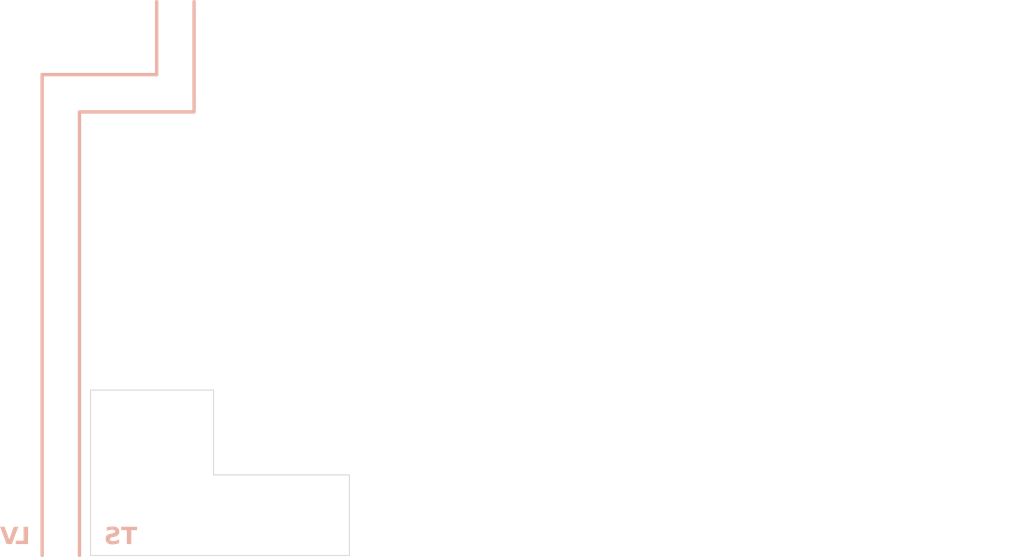
<source format=kicad_pcb>
(kicad_pcb
	(version 20240108)
	(generator "pcbnew")
	(generator_version "8.0")
	(general
		(thickness 1.599978)
		(legacy_teardrops no)
	)
	(paper "A4")
	(layers
		(0 "F.Cu" signal)
		(1 "In1.Cu" signal)
		(2 "In2.Cu" signal)
		(31 "B.Cu" signal)
		(32 "B.Adhes" user "B.Adhesive")
		(33 "F.Adhes" user "F.Adhesive")
		(34 "B.Paste" user)
		(35 "F.Paste" user)
		(36 "B.SilkS" user "B.Silkscreen")
		(37 "F.SilkS" user "F.Silkscreen")
		(38 "B.Mask" user)
		(39 "F.Mask" user)
		(40 "Dwgs.User" user "User.Drawings")
		(41 "Cmts.User" user "User.Comments")
		(42 "Eco1.User" user "User.Eco1")
		(43 "Eco2.User" user "User.Eco2")
		(44 "Edge.Cuts" user)
		(45 "Margin" user)
		(46 "B.CrtYd" user "B.Courtyard")
		(47 "F.CrtYd" user "F.Courtyard")
		(48 "B.Fab" user)
		(49 "F.Fab" user)
		(50 "User.1" user)
		(51 "User.2" user)
		(52 "User.3" user)
		(53 "User.4" user)
		(54 "User.5" user)
		(55 "User.6" user)
		(56 "User.7" user)
		(57 "User.8" user)
		(58 "User.9" user)
	)
	(setup
		(stackup
			(layer "F.SilkS"
				(type "Top Silk Screen")
			)
			(layer "F.Paste"
				(type "Top Solder Paste")
			)
			(layer "F.Mask"
				(type "Top Solder Mask")
				(thickness 0.01)
			)
			(layer "F.Cu"
				(type "copper")
				(thickness 0.035)
			)
			(layer "dielectric 1"
				(type "prepreg")
				(thickness 0.1)
				(material "FR4")
				(epsilon_r 4.5)
				(loss_tangent 0.02)
			)
			(layer "In1.Cu"
				(type "copper")
				(thickness 0.035)
			)
			(layer "dielectric 2"
				(type "core")
				(thickness 1.239978)
				(material "FR4")
				(epsilon_r 4.5)
				(loss_tangent 0.02)
			)
			(layer "In2.Cu"
				(type "copper")
				(thickness 0.035)
			)
			(layer "dielectric 3"
				(type "prepreg")
				(thickness 0.1)
				(material "FR4")
				(epsilon_r 4.5)
				(loss_tangent 0.02)
			)
			(layer "B.Cu"
				(type "copper")
				(thickness 0.035)
			)
			(layer "B.Mask"
				(type "Bottom Solder Mask")
				(thickness 0.01)
			)
			(layer "B.Paste"
				(type "Bottom Solder Paste")
			)
			(layer "B.SilkS"
				(type "Bottom Silk Screen")
			)
			(copper_finish "None")
			(dielectric_constraints no)
		)
		(pad_to_mask_clearance 0)
		(allow_soldermask_bridges_in_footprints no)
		(aux_axis_origin 50 75)
		(pcbplotparams
			(layerselection 0x00010fc_ffffffff)
			(plot_on_all_layers_selection 0x0000000_00000000)
			(disableapertmacros no)
			(usegerberextensions no)
			(usegerberattributes yes)
			(usegerberadvancedattributes yes)
			(creategerberjobfile no)
			(dashed_line_dash_ratio 12.000000)
			(dashed_line_gap_ratio 3.000000)
			(svgprecision 4)
			(plotframeref no)
			(viasonmask no)
			(mode 1)
			(useauxorigin yes)
			(hpglpennumber 1)
			(hpglpenspeed 20)
			(hpglpendiameter 15.000000)
			(pdf_front_fp_property_popups yes)
			(pdf_back_fp_property_popups yes)
			(dxfpolygonmode yes)
			(dxfimperialunits yes)
			(dxfusepcbnewfont yes)
			(psnegative no)
			(psa4output no)
			(plotreference no)
			(plotvalue no)
			(plotfptext no)
			(plotinvisibletext no)
			(sketchpadsonfab no)
			(subtractmaskfromsilk yes)
			(outputformat 1)
			(mirror no)
			(drillshape 0)
			(scaleselection 1)
			(outputdirectory "Gerber/")
		)
	)
	(net 0 "")
	(gr_line
		(start 166.7 75.2)
		(end 166.7 88.2)
		(stroke
			(width 0.4)
			(type default)
		)
		(layer "B.SilkS")
		(uuid "2a7aef9b-5ab7-43d6-aece-04f780e98b1e")
	)
	(gr_line
		(start 148.799847 140.5)
		(end 148.800152 83.8)
		(stroke
			(width 0.4)
			(type default)
		)
		(layer "B.SilkS")
		(uuid "769012ce-c72e-45ee-ba79-67fc9a9bc644")
	)
	(gr_line
		(start 162.3 75.2)
		(end 162.3 83.8)
		(stroke
			(width 0.4)
			(type default)
		)
		(layer "B.SilkS")
		(uuid "7fffa4bd-7ac2-43cb-ba12-e0019d4982ff")
	)
	(gr_line
		(start 162.3 83.8)
		(end 148.8 83.8)
		(stroke
			(width 0.4)
			(type default)
		)
		(layer "B.SilkS")
		(uuid "842704a3-4e12-40b4-b9dc-6ed0343a05c9")
	)
	(gr_line
		(start 153.2 140.5)
		(end 153.2 88.2)
		(stroke
			(width 0.4)
			(type default)
		)
		(layer "B.SilkS")
		(uuid "d17df1e0-ac59-4a16-9a8b-5aa7cfdabbfb")
	)
	(gr_line
		(start 166.7 88.2)
		(end 153.2 88.2)
		(stroke
			(width 0.4)
			(type default)
		)
		(layer "B.SilkS")
		(uuid "d83127b8-c700-4a81-b532-f07341db4548")
	)
	(gr_rect
		(start 232 80.5)
		(end 260 91.5)
		(stroke
			(width 0)
			(type solid)
		)
		(fill solid)
		(layer "B.Mask")
		(uuid "0bba537a-e8ee-4bac-9c30-2bf348e5681a")
	)
	(gr_rect
		(start 230 128.5)
		(end 264.5 139)
		(stroke
			(width 0)
			(type solid)
		)
		(fill solid)
		(layer "B.Mask")
		(uuid "baed4622-a396-4b64-8283-28fbe2ab683d")
	)
	(gr_line
		(start 154.5 121)
		(end 169 121)
		(stroke
			(width 0.1)
			(type default)
		)
		(layer "Edge.Cuts")
		(uuid "5c94cea1-d564-4dc9-996a-d7ddbbe7b1af")
	)
	(gr_line
		(start 185 140.5)
		(end 154.5 140.5)
		(stroke
			(width 0.1)
			(type default)
		)
		(layer "Edge.Cuts")
		(uuid "66e53de3-597b-4bfd-b272-36c41b8d9c39")
	)
	(gr_line
		(start 185 131)
		(end 185 140.5)
		(stroke
			(width 0.1)
			(type default)
		)
		(layer "Edge.Cuts")
		(uuid "984cf89f-3377-45c9-a4e1-aaef48cef7b1")
	)
	(gr_line
		(start 154.5 140.5)
		(end 154.5 121)
		(stroke
			(width 0.1)
			(type default)
		)
		(layer "Edge.Cuts")
		(uuid "9f30a18c-f80c-4a36-b2a4-0e5d6b459e67")
	)
	(gr_line
		(start 169 131)
		(end 185 131)
		(stroke
			(width 0.1)
			(type default)
		)
		(layer "Edge.Cuts")
		(uuid "dd5d227b-2cf7-4aca-831a-1c8e96765e91")
	)
	(gr_line
		(start 169 121)
		(end 169 131)
		(stroke
			(width 0.1)
			(type default)
		)
		(layer "Edge.Cuts")
		(uuid "df8c92ac-4519-4b6b-abe4-4cf1527c893f")
	)
	(gr_line
		(start 156 127)
		(end 156 127.75)
		(stroke
			(width 0.15)
			(type default)
		)
		(layer "User.1")
		(uuid "060d3505-3387-4015-8b23-5075eefaf6a8")
	)
	(gr_line
		(start 154.5 129)
		(end 154.5 128.25)
		(stroke
			(width 0.15)
			(type default)
		)
		(layer "User.1")
		(uuid "065cfeae-0b00-40cf-9fca-cc73a4346081")
	)
	(gr_line
		(start 154.5 127.75)
		(end 154.5 127)
		(stroke
			(width 0.15)
			(type default)
		)
		(layer "User.1")
		(uuid "0d8e126d-05e2-4bd9-9139-84f75bf221ae")
	)
	(gr_line
		(start 156 126.5)
		(end 154.5 126.5)
		(stroke
			(width 0.15)
			(type default)
		)
		(layer "User.1")
		(uuid "2f52aebe-0f3f-4dfb-b0c5-c0538cbc6ea3")
	)
	(gr_line
		(start 154.5 129.5)
		(end 156 129.5)
		(stroke
			(width 0.15)
			(type default)
		)
		(layer "User.1")
		(uuid "363cb169-0fb9-4a28-b353-f7c16c173e72")
	)
	(gr_line
		(start 156 130.25)
		(end 154.5 130.25)
		(stroke
			(width 0.15)
			(type default)
		)
		(layer "User.1")
		(uuid "39273435-8d0a-4b3e-a069-9023f58103e2")
	)
	(gr_line
		(start 154.5 130.25)
		(end 154.5 129.5)
		(stroke
			(width 0.15)
			(type default)
		)
		(layer "User.1")
		(uuid "6790db57-7e5e-46ed-ab8a-fe2d9e572425")
	)
	(gr_line
		(start 156 125.75)
		(end 156 126.5)
		(stroke
			(width 0.15)
			(type default)
		)
		(layer "User.1")
		(uuid "85ef3d89-857a-439d-b0fd-90225c47aa84")
	)
	(gr_line
		(start 154.5 128.25)
		(end 156 128.25)
		(stroke
			(width 0.15)
			(type default)
		)
		(layer "User.1")
		(uuid "8bb3bb32-84a8-4f80-aba3-e311af5a2c6b")
	)
	(gr_line
		(start 154.5 127)
		(end 156 127)
		(stroke
			(width 0.15)
			(type default)
		)
		(layer "User.1")
		(uuid "9af68ef5-853c-4545-8ada-8ee8721ccba0")
	)
	(gr_line
		(start 156 127.75)
		(end 154.5 127.75)
		(stroke
			(width 0.15)
			(type default)
		)
		(layer "User.1")
		(uuid "c27b4ace-8bcf-4d0d-be54-b0a934df5823")
	)
	(gr_line
		(start 156 128.25)
		(end 156 129)
		(stroke
			(width 0.15)
			(type default)
		)
		(layer "User.1")
		(uuid "e1b0242a-6ff7-4438-9827-8b738a40e765")
	)
	(gr_line
		(start 154.5 125.75)
		(end 156 125.75)
		(stroke
			(width 0.15)
			(type default)
		)
		(layer "User.1")
		(uuid "e3970cc5-3a5f-41b7-876b-d617bae5963a")
	)
	(gr_line
		(start 154.5 126.5)
		(end 154.5 125.75)
		(stroke
			(width 0.15)
			(type default)
		)
		(layer "User.1")
		(uuid "e57d9c92-7f12-47dc-9151-05015cd40b25")
	)
	(gr_line
		(start 156 129)
		(end 154.5 129)
		(stroke
			(width 0.15)
			(type default)
		)
		(layer "User.1")
		(uuid "e6612370-328c-468f-bbb1-064c2d4d2d60")
	)
	(gr_line
		(start 156 129.5)
		(end 156 130.25)
		(stroke
			(width 0.15)
			(type default)
		)
		(layer "User.1")
		(uuid "eaf299df-4b03-4823-b3d2-b9984e533ac0")
	)
	(gr_text "LV"
		(at 147.4 139.5 0)
		(layer "B.SilkS")
		(uuid "67c1572d-9f7c-4632-bca6-2a9fda9bb71e")
		(effects
			(font
				(face "Chinat")
				(size 2 2)
				(thickness 0.3)
				(bold yes)
			)
			(justify left bottom mirror)
		)
		(render_cache "LV" 0
			(polygon
				(pts
					(xy 147.324284 138.598241) (xy 147.324284 137.252951) (xy 146.808932 137.252951) (xy 146.808932 138.691053)
					(xy 144.649825 138.691053) (xy 144.649825 139.191263) (xy 146.723447 139.191263) (xy 146.824122 139.182848)
					(xy 146.919702 139.157603) (xy 147.010186 139.115528) (xy 147.095574 139.056624) (xy 147.142079 139.015408)
					(xy 147.213075 138.935339) (xy 147.266633 138.849006) (xy 147.302754 138.756408) (xy 147.321437 138.657546)
				)
			)
			(polygon
				(pts
					(xy 144.766085 137.252951) (xy 144.182344 137.252951) (xy 143.440823 138.66321) (xy 142.685624 137.252951)
					(xy 142.101395 137.252951) (xy 142.934263 138.801451) (xy 142.988134 138.892813) (xy 143.059981 138.989885)
					(xy 143.136836 139.067924) (xy 143.2187 139.126928) (xy 143.323549 139.172609) (xy 143.435611 139.190882)
					(xy 143.454989 139.191263) (xy 143.560805 139.175188) (xy 143.663565 139.126966) (xy 143.746863 139.062222)
					(xy 143.828038 138.975153) (xy 143.891449 138.889424) (xy 143.953502 138.789407) (xy 143.984019 138.73404)
				)
			)
		)
	)
	(gr_text "TS"
		(at 160 139.5 0)
		(layer "B.SilkS")
		(uuid "a6c728c3-5b2e-4137-a5cf-b7959208f5e8")
		(effects
			(font
				(face "Chinat")
				(size 2 2)
				(thickness 0.3)
				(bold yes)
			)
			(justify left bottom mirror)
		)
		(render_cache "TS" 0
			(polygon
				(pts
					(xy 160.016608 137.753161) (xy 160.016608 137.252951) (xy 157.336775 137.252951) (xy 157.336775 137.753161)
					(xy 158.417306 137.753161) (xy 158.417306 139.191263) (xy 158.933147 139.191263) (xy 158.933147 137.753161)
				)
			)
			(polygon
				(pts
					(xy 156.604535 137.252951) (xy 154.528471 137.252951) (xy 154.528471 137.753161) (xy 156.782344 137.753161)
					(xy 156.782344 137.940739) (xy 155.058967 137.940739) (xy 154.94798 137.949388) (xy 154.842837 137.975334)
					(xy 154.743537 138.018577) (xy 154.650081 138.079118) (xy 154.599302 138.121479) (xy 154.531404 138.192279)
					(xy 154.469945 138.282519) (xy 154.427607 138.380987) (xy 154.404389 138.487683) (xy 154.399511 138.568932)
					(xy 154.409118 138.681528) (xy 154.437939 138.785943) (xy 154.485974 138.882178) (xy 154.553224 138.97023)
					(xy 154.600279 139.016873) (xy 154.686779 139.084824) (xy 154.780011 139.136085) (xy 154.879975 139.170656)
					(xy 154.986671 139.188538) (xy 155.050662 139.191263) (xy 157.211235 139.191263) (xy 157.211235 138.691053)
					(xy 154.917794 138.691053) (xy 154.917794 138.440949) (xy 156.671946 138.440949) (xy 156.781748 138.433071)
					(xy 156.885472 138.409439) (xy 156.983119 138.370053) (xy 157.074688 138.314912) (xy 157.124284 138.276329)
					(xy 157.194672 138.208403) (xy 157.258385 138.122297) (xy 157.302276 138.028804) (xy 157.326346 137.927925)
					(xy 157.331402 137.851346) (xy 157.323107 137.753018) (xy 157.292463 137.6472) (xy 157.239239 137.550966)
					(xy 157.175646 137.476107) (xy 157.095464 137.40829) (xy 156.999844 137.347762) (xy 156.897633 137.302101)
					(xy 156.78883 137.271307) (xy 156.690323 137.256744)
				)
			)
		)
	)
	(group ""
		(uuid "411d2eca-679e-4d93-99e8-5433bc087658")
		(members "2a7aef9b-5ab7-43d6-aece-04f780e98b1e" "769012ce-c72e-45ee-ba79-67fc9a9bc644"
			"7fffa4bd-7ac2-43cb-ba12-e0019d4982ff" "842704a3-4e12-40b4-b9dc-6ed0343a05c9"
			"d17df1e0-ac59-4a16-9a8b-5aa7cfdabbfb" "d83127b8-c700-4a81-b532-f07341db4548"
		)
	)
)
</source>
